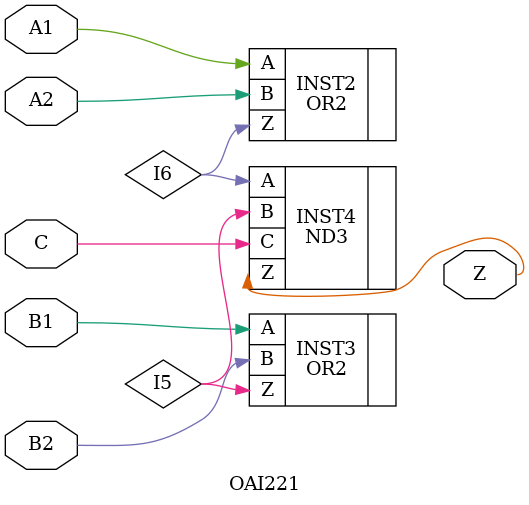
<source format=v>
`timescale 1 ns / 100 ps

/* Created by DB2VERILOG Version 1.2.0.2 on Fri Aug  5 11:14:45 1994 */
/* module compiled from "lsl2db 4.0.3" run */

module OAI221 (A1, A2, B1, B2, C, Z);
input  A1, A2, B1, B2, C;
output Z;
OR2 INST2 (.A(A1), .B(A2), .Z(I6));
OR2 INST3 (.A(B1), .B(B2), .Z(I5));
ND3 INST4 (.A(I6), .B(I5), .C(C), .Z(Z));

endmodule


</source>
